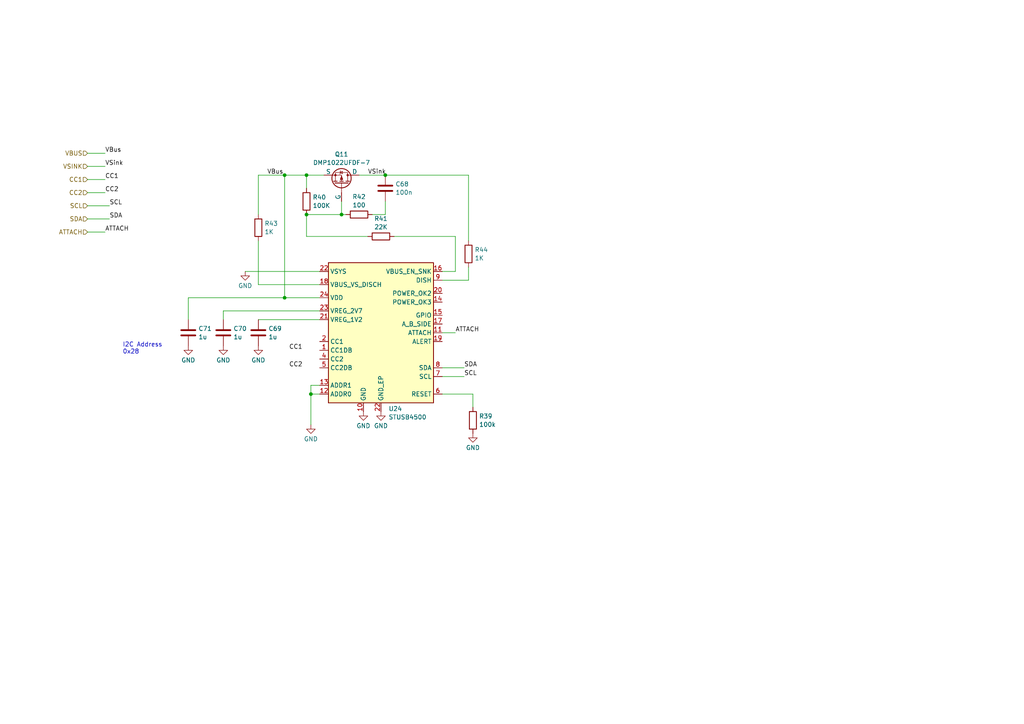
<source format=kicad_sch>
(kicad_sch (version 20230121) (generator eeschema)
  (paper "A4")
  (lib_symbols
    (symbol "Device:C" (pin_numbers hide) (pin_names (offset 0.254))
      (property "Reference" "C" (at 0.635 2.54 0))
      (property "Value" "C" (at 0.635 -2.54 0))
      (symbol "C_0_1"
        (polyline (pts (xy -2.032 -0.762) (xy 2.032 -0.762)) (stroke (width 0.508)))
        (polyline (pts (xy -2.032 0.762) (xy 2.032 0.762)) (stroke (width 0.508)))
      )
      (symbol "C_1_1"
        (pin passive line (at 0 3.81 270) (length 2.794) (name "~") (number "1"))
        (pin passive line (at 0 -3.81 90) (length 2.794) (name "~") (number "2"))
      )
    )
    (symbol "Device:R" (pin_numbers hide) (pin_names (offset 0))
      (property "Reference" "R" (at 2.032 0 90))
      (property "Value" "R" (at 0 0 90))
      (symbol "R_0_1"
        (rectangle (start -1.016 -2.54) (end 1.016 2.54) (stroke (width 0.254)))
      )
      (symbol "R_1_1"
        (pin passive line (at 0 3.81 270) (length 1.27) (name "~") (number "1"))
        (pin passive line (at 0 -3.81 90) (length 1.27) (name "~") (number "2"))
      )
    )
    (symbol "Interface_USB:CYPD3177-24LQ"
      (property "Reference" "U24" (at 2.1941 -22.0401 0))
      (property "Value" "STUSB4500" (at 2.1941 -24.4643 0))
      (symbol "CYPD3177-24LQ_0_1"
        (rectangle (start -15.24 20.32) (end 15.24 -20.32) (stroke (width 0.254)) (fill (type background)))
      )
      (symbol "CYPD3177-24LQ_1_1"
        (pin input line (at -17.78 -5.08 0) (length 2.54) (name "CC1DB") (number "1"))
        (pin power_in line (at -5.08 -22.86 90) (length 2.54) (name "GND") (number "10"))
        (pin output line (at 17.78 0 180) (length 2.54) (name "ATTACH") (number "11"))
        (pin bidirectional line (at -17.78 -17.78 0) (length 2.54) (name "ADDR0") (number "12"))
        (pin bidirectional line (at -17.78 -15.24 0) (length 2.54) (name "ADDR1") (number "13"))
        (pin bidirectional line (at 17.78 8.89 180) (length 2.54) (name "POWER_OK3") (number "14"))
        (pin bidirectional line (at 17.78 5.08 180) (length 2.54) (name "GPIO") (number "15"))
        (pin power_out line (at 17.78 17.78 180) (length 2.54) (name "VBUS_EN_SNK") (number "16"))
        (pin input line (at 17.78 2.54 180) (length 2.54) (name "A_B_SIDE") (number "17"))
        (pin power_out line (at -17.78 13.97 0) (length 2.54) (name "VBUS_VS_DISCH") (number "18"))
        (pin output line (at 17.78 -2.54 180) (length 2.54) (name "ALERT") (number "19"))
        (pin input line (at -17.78 -2.54 0) (length 2.54) (name "CC1") (number "2"))
        (pin bidirectional line (at 17.78 11.43 180) (length 2.54) (name "POWER_OK2") (number "20"))
        (pin input line (at -17.78 3.81 0) (length 2.54) (name "VREG_1V2") (number "21"))
        (pin passive line (at 0 -22.86 90) (length 2.54) (name "GND_EP") (number "22"))
        (pin power_in line (at -17.78 17.78 0) (length 2.54) (name "VSYS") (number "22"))
        (pin input line (at -17.78 6.35 0) (length 2.54) (name "VREG_2V7") (number "23"))
        (pin input line (at -17.78 10.16 0) (length 2.54) (name "VDD") (number "24"))
        (pin input line (at -17.78 -7.62 0) (length 2.54) (name "CC2") (number "4"))
        (pin input line (at -17.78 -10.16 0) (length 2.54) (name "CC2DB") (number "5"))
        (pin output line (at 17.78 -17.78 180) (length 2.54) (name "RESET") (number "6"))
        (pin bidirectional line (at 17.78 -12.7 180) (length 2.54) (name "SCL") (number "7"))
        (pin output line (at 17.78 -10.16 180) (length 2.54) (name "SDA") (number "8"))
        (pin output line (at 17.78 15.24 180) (length 2.54) (name "DISH") (number "9"))
      )
    )
    (symbol "Simulation_SPICE:PMOS" (pin_numbers hide) (pin_names (offset 0))
      (property "Reference" "Q" (at 5.08 1.27 0))
      (property "Value" "PMOS" (at 5.08 -1.27 0))
      (symbol "PMOS_0_1"
        (polyline (pts (xy 0.254 0) (xy -2.54 0)))
        (polyline (pts (xy 0.254 1.905) (xy 0.254 -1.905)) (stroke (width 0.254)))
        (polyline (pts (xy 0.762 -1.27) (xy 0.762 -2.286)) (stroke (width 0.254)))
        (polyline (pts (xy 0.762 0.508) (xy 0.762 -0.508)) (stroke (width 0.254)))
        (polyline (pts (xy 0.762 2.286) (xy 0.762 1.27)) (stroke (width 0.254)))
        (polyline (pts (xy 2.54 2.54) (xy 2.54 1.778)))
        (polyline (pts (xy 2.54 -2.54) (xy 2.54 0) (xy 0.762 0)))
        (polyline (pts (xy 0.762 1.778) (xy 3.302 1.778) (xy 3.302 -1.778) (xy 0.762 -1.778)))
        (polyline (pts (xy 2.286 0) (xy 1.27 0.381) (xy 1.27 -0.381) (xy 2.286 0)) (fill (type outline)))
        (polyline (pts (xy 2.794 -0.508) (xy 2.921 -0.381) (xy 3.683 -0.381) (xy 3.81 -0.254)))
        (polyline (pts (xy 3.302 -0.381) (xy 2.921 0.254) (xy 3.683 0.254) (xy 3.302 -0.381)))
        (circle (center 1.651 0) (radius 2.794) (stroke (width 0.254)))
        (circle (center 2.54 -1.778) (radius 0.254) (fill (type outline)))
        (circle (center 2.54 1.778) (radius 0.254) (fill (type outline)))
      )
      (symbol "PMOS_1_1"
        (pin passive line (at 2.54 5.08 270) (length 2.54) (name "D") (number "1"))
        (pin input line (at -5.08 0 0) (length 2.54) (name "G") (number "2"))
        (pin passive line (at 2.54 -5.08 90) (length 2.54) (name "S") (number "3"))
      )
    )
    (symbol "power:GND" (power) (pin_names (offset 0))
      (property "Value" "GND" (at 0 -3.81 0))
      (symbol "GND_0_1"
        (polyline (pts (xy 0 0) (xy 0 -1.27) (xy 1.27 -1.27) (xy 0 -2.54) (xy -1.27 -1.27) (xy 0 -1.27)))
      )
      (symbol "GND_1_1"
        (pin power_in line (at 0 0 270) (length 0) hide (name "GND") (number "1"))
      )
    )
  )
  (junction (at 90.17 114.3))
  (junction (at 111.76 50.8))
  (junction (at 82.55 86.36))
  (junction (at 99.06 62.23))
  (junction (at 82.55 50.8))
  (junction (at 88.9 50.8))
  (junction (at 88.9 62.23))
  (wire (pts (xy 25.4 52.07) (xy 30.48 52.07)))
  (wire (pts (xy 25.4 44.45) (xy 30.48 44.45)))
  (wire (pts (xy 25.4 55.88) (xy 30.48 55.88)))
  (wire (pts (xy 93.98 50.8) (xy 88.9 50.8)))
  (wire (pts (xy 74.93 82.55) (xy 74.93 69.85)))
  (wire (pts (xy 54.61 86.36) (xy 82.55 86.36)))
  (wire (pts (xy 88.9 50.8) (xy 88.9 54.61)))
  (wire (pts (xy 128.27 114.3) (xy 137.16 114.3)))
  (wire (pts (xy 104.14 50.8) (xy 111.76 50.8)))
  (wire (pts (xy 88.9 62.23) (xy 99.06 62.23)))
  (wire (pts (xy 107.95 62.23) (xy 111.76 62.23)))
  (wire (pts (xy 74.93 50.8) (xy 82.55 50.8)))
  (wire (pts (xy 92.71 86.36) (xy 82.55 86.36)))
  (wire (pts (xy 90.17 114.3) (xy 92.71 114.3)))
  (wire (pts (xy 135.89 69.85) (xy 135.89 50.8)))
  (wire (pts (xy 128.27 106.68) (xy 134.62 106.68)))
  (wire (pts (xy 64.77 90.17) (xy 64.77 92.71)))
  (wire (pts (xy 88.9 68.58) (xy 88.9 62.23)))
  (wire (pts (xy 128.27 109.22) (xy 134.62 109.22)))
  (wire (pts (xy 92.71 82.55) (xy 74.93 82.55)))
  (wire (pts (xy 111.76 50.8) (xy 135.89 50.8)))
  (wire (pts (xy 128.27 81.28) (xy 135.89 81.28)))
  (wire (pts (xy 25.4 48.26) (xy 30.48 48.26)))
  (wire (pts (xy 92.71 90.17) (xy 64.77 90.17)))
  (wire (pts (xy 135.89 81.28) (xy 135.89 77.47)))
  (wire (pts (xy 99.06 62.23) (xy 100.33 62.23)))
  (wire (pts (xy 99.06 58.42) (xy 99.06 62.23)))
  (wire (pts (xy 90.17 114.3) (xy 90.17 123.19)))
  (wire (pts (xy 25.4 63.5) (xy 31.75 63.5)))
  (wire (pts (xy 25.4 67.31) (xy 30.48 67.31)))
  (wire (pts (xy 71.12 78.74) (xy 92.71 78.74)))
  (wire (pts (xy 106.68 68.58) (xy 88.9 68.58)))
  (wire (pts (xy 137.16 114.3) (xy 137.16 118.11)))
  (wire (pts (xy 54.61 92.71) (xy 54.61 86.36)))
  (wire (pts (xy 128.27 78.74) (xy 132.08 78.74)))
  (wire (pts (xy 74.93 92.71) (xy 92.71 92.71)))
  (wire (pts (xy 132.08 68.58) (xy 114.3 68.58)))
  (wire (pts (xy 128.27 96.52) (xy 132.08 96.52)))
  (wire (pts (xy 111.76 58.42) (xy 111.76 62.23)))
  (wire (pts (xy 82.55 50.8) (xy 88.9 50.8)))
  (wire (pts (xy 132.08 78.74) (xy 132.08 68.58)))
  (wire (pts (xy 25.4 59.69) (xy 31.75 59.69)))
  (wire (pts (xy 82.55 86.36) (xy 82.55 50.8)))
  (wire (pts (xy 90.17 111.76) (xy 90.17 114.3)))
  (wire (pts (xy 92.71 111.76) (xy 90.17 111.76)))
  (wire (pts (xy 74.93 62.23) (xy 74.93 50.8)))
  (text "I2C Address \n0x28" (at 35.56 102.87 0) (effects (font (size 1.27 1.27)) (justify left bottom)))
  (label "CC1" (at 83.82 101.6 0))
  (label "SDA" (at 134.62 106.68 0))
  (label "VBus" (at 77.47 50.8 0))
  (label "ATTACH" (at 132.08 96.52 0))
  (label "VSink" (at 106.68 50.8 0))
  (label "SCL" (at 31.75 59.69 0))
  (label "SCL" (at 134.62 109.22 0))
  (label "CC2" (at 30.48 55.88 0))
  (label "SDA" (at 31.75 63.5 0))
  (label "VSink" (at 30.48 48.26 0))
  (label "CC1" (at 30.48 52.07 0))
  (label "ATTACH" (at 30.48 67.31 0))
  (label "VBus" (at 30.48 44.45 0))
  (label "CC2" (at 83.82 106.68 0))
  (hierarchical_label "VSINK" (shape input) (at 25.4 48.26 180))
  (hierarchical_label "ATTACH" (shape input) (at 25.4 67.31 180))
  (hierarchical_label "SDA" (shape input) (at 25.4 63.5 180))
  (hierarchical_label "CC1" (shape input) (at 25.4 52.07 180))
  (hierarchical_label "VBUS" (shape input) (at 25.4 44.45 180))
  (hierarchical_label "SCL" (shape input) (at 25.4 59.69 180))
  (hierarchical_label "CC2" (shape input) (at 25.4 55.88 180))
  (symbol (lib_id "Device:C") (at 111.76 54.61 0) (unit 1)
    (property "Reference" "C68" (at 114.681 53.3979 0) (effects (justify left)))
    (property "Value" "100n" (at 114.681 55.8221 0) (effects (justify left)))
  )
  (symbol (lib_id "Device:R") (at 137.16 121.92 0) (unit 1)
    (property "Reference" "R39" (at 138.938 120.7079 0) (effects (justify left)))
    (property "Value" "100k" (at 138.938 123.1321 0) (effects (justify left)))
    (property "Tolerance" "0.1%" (effects hide))
  )
  (symbol (lib_id "power:GND") (at 54.61 100.33 0) (unit 1)
    (property "Reference" "#PWR098" (effects hide))
    (property "Value" "GND" (at 54.61 104.4631 0))
  )
  (symbol (lib_id "Simulation_SPICE:PMOS") (at 99.06 53.34 270) (mirror x) (unit 1)
    (property "Reference" "Q11" (at 99.06 44.7507 90))
    (property "Value" "DMP1022UFDF-7" (at 99.06 47.1749 90))
    (property "Datasheet" "https://ngspice.sourceforge.io/docs/ngspice-html-manual/manual.xhtml#cha_MOSFETs" (effects hide))
    (property "Sim.Device" "PMOS" (effects hide))
    (property "Sim.Type" "VDMOS" (effects hide))
    (property "Sim.Pins" "1=D 2=G 3=S" (effects hide))
    (property "alt1" "SIA469DJ-T1-GE3" (effects hide))
  )
  (symbol (lib_id "Device:C") (at 54.61 96.52 0) (unit 1)
    (property "Reference" "C71" (at 57.531 95.3079 0) (effects (justify left)))
    (property "Value" "1u" (at 57.531 97.7321 0) (effects (justify left)))
  )
  (symbol (lib_id "Device:R") (at 135.89 73.66 0) (unit 1)
    (property "Reference" "R44" (at 137.668 72.4479 0) (effects (justify left)))
    (property "Value" "1K" (at 137.668 74.8721 0) (effects (justify left)))
    (property "Tolerance" "0.1%" (effects hide))
  )
  (symbol (lib_id "power:GND") (at 110.49 119.38 0) (unit 1)
    (property "Reference" "#PWR0102" (effects hide))
    (property "Value" "GND" (at 110.49 123.5131 0))
  )
  (symbol (lib_id "Device:R") (at 110.49 68.58 90) (unit 1)
    (property "Reference" "R41" (at 110.49 63.4197 90))
    (property "Value" "22K" (at 110.49 65.8439 90))
    (property "Tolerance" "0.1%" (effects hide))
  )
  (symbol (lib_id "Interface_USB:CYPD3177-24LQ") (at 110.49 96.52 0) (unit 1)
    (property "Reference" "U24" (at 112.6841 118.5601 0) (effects (justify left)))
    (property "Value" "STUSB4500" (at 112.6841 120.9843 0) (effects (justify left)))
    (property "Footprint" "Package_DFN_QFN:QFN-24-1EP_4x4mm_P0.5mm_EP2.75x2.75mm" (effects hide))
    (property "Datasheet" "https://www.infineon.com/dgdl/Infineon-EZ-PD_BCR_Datasheet_USB_Type-C_Port_Controller_for_Power_Sinks-DataSheet-v03_00-EN.pdf?fileId=8ac78c8c7d0d8da4017d0ee7ce9d70ad" (effects hide))
  )
  (symbol (lib_id "Device:C") (at 64.77 96.52 0) (unit 1)
    (property "Reference" "C70" (at 67.691 95.3079 0) (effects (justify left)))
    (property "Value" "1u" (at 67.691 97.7321 0) (effects (justify left)))
  )
  (symbol (lib_id "Device:R") (at 104.14 62.23 90) (unit 1)
    (property "Reference" "R42" (at 104.14 57.0697 90))
    (property "Value" "100" (at 104.14 59.4939 90))
    (property "Tolerance" "0.1%" (effects hide))
  )
  (symbol (lib_id "power:GND") (at 90.17 123.19 0) (unit 1)
    (property "Reference" "#PWR0131" (effects hide))
    (property "Value" "GND" (at 90.17 127.3231 0))
  )
  (symbol (lib_id "power:GND") (at 105.41 119.38 0) (unit 1)
    (property "Reference" "#PWR0101" (effects hide))
    (property "Value" "GND" (at 105.41 123.5131 0))
  )
  (symbol (lib_id "power:GND") (at 137.16 125.73 0) (unit 1)
    (property "Reference" "#PWR0103" (effects hide))
    (property "Value" "GND" (at 137.16 129.8631 0))
  )
  (symbol (lib_id "Device:R") (at 74.93 66.04 0) (unit 1)
    (property "Reference" "R43" (at 76.708 64.8279 0) (effects (justify left)))
    (property "Value" "1K" (at 76.708 67.2521 0) (effects (justify left)))
    (property "Tolerance" "0.1%" (effects hide))
  )
  (symbol (lib_id "Device:R") (at 88.9 58.42 0) (unit 1)
    (property "Reference" "R40" (at 90.678 57.2079 0) (effects (justify left)))
    (property "Value" "100K" (at 90.678 59.6321 0) (effects (justify left)))
    (property "Tolerance" "0.1%" (effects hide))
  )
  (symbol (lib_id "power:GND") (at 64.77 100.33 0) (unit 1)
    (property "Reference" "#PWR099" (effects hide))
    (property "Value" "GND" (at 64.77 104.4631 0))
  )
  (symbol (lib_id "power:GND") (at 74.93 100.33 0) (unit 1)
    (property "Reference" "#PWR0100" (effects hide))
    (property "Value" "GND" (at 74.93 104.4631 0))
  )
  (symbol (lib_id "Device:C") (at 74.93 96.52 0) (unit 1)
    (property "Reference" "C69" (at 77.851 95.3079 0) (effects (justify left)))
    (property "Value" "1u" (at 77.851 97.7321 0) (effects (justify left)))
  )
  (symbol (lib_id "power:GND") (at 71.12 78.74 0) (unit 1)
    (property "Reference" "#PWR097" (effects hide))
    (property "Value" "GND" (at 71.12 82.8731 0))
  )
)
</source>
